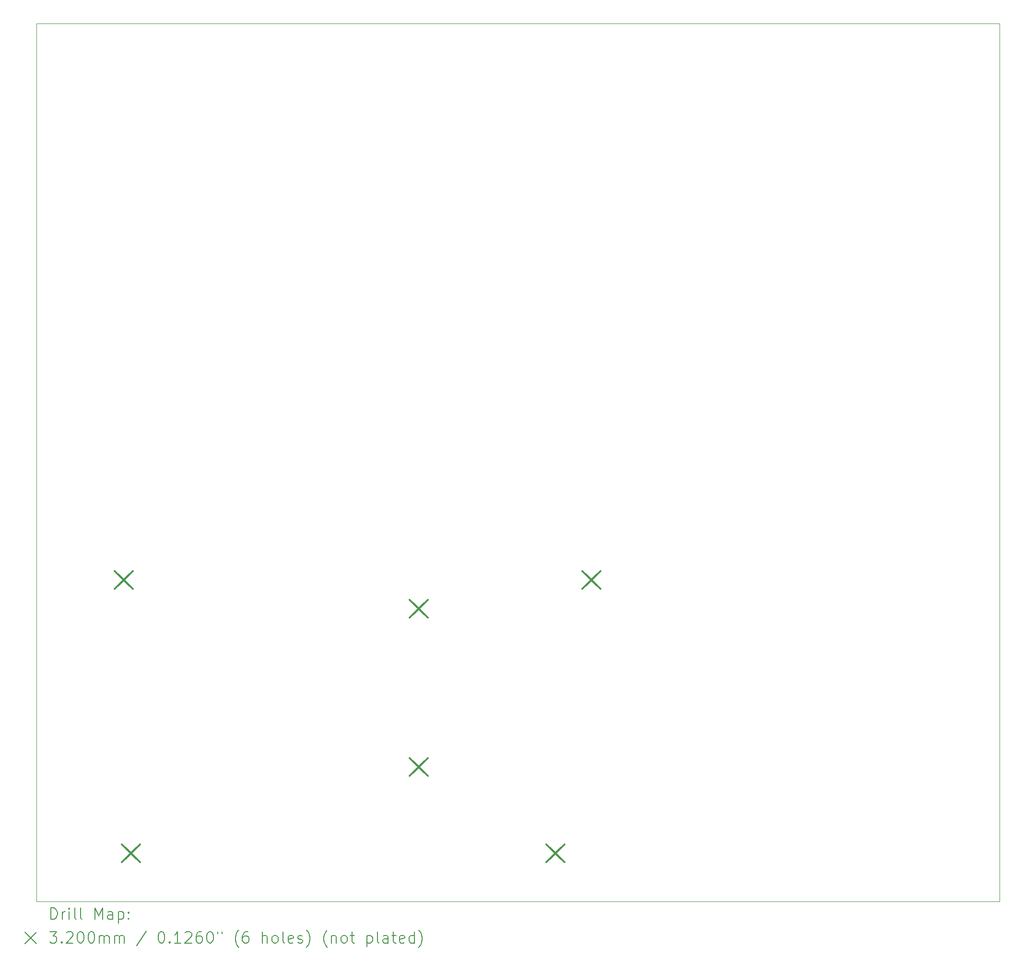
<source format=gbr>
%FSLAX45Y45*%
G04 Gerber Fmt 4.5, Leading zero omitted, Abs format (unit mm)*
G04 Created by KiCad (PCBNEW (6.0.2)) date 2022-05-25 13:29:45*
%MOMM*%
%LPD*%
G01*
G04 APERTURE LIST*
%TA.AperFunction,Profile*%
%ADD10C,0.100000*%
%TD*%
%ADD11C,0.200000*%
%ADD12C,0.320000*%
G04 APERTURE END LIST*
D10*
X2000000Y-2000000D02*
X19000000Y-2000000D01*
X19000000Y-2000000D02*
X19000000Y-17500000D01*
X19000000Y-17500000D02*
X2000000Y-17500000D01*
X2000000Y-17500000D02*
X2000000Y-2000000D01*
D11*
D12*
X3377000Y-11664750D02*
X3697000Y-11984750D01*
X3697000Y-11664750D02*
X3377000Y-11984750D01*
X3504000Y-16490750D02*
X3824000Y-16810750D01*
X3824000Y-16490750D02*
X3504000Y-16810750D01*
X8584000Y-12172750D02*
X8904000Y-12492750D01*
X8904000Y-12172750D02*
X8584000Y-12492750D01*
X8584000Y-14966750D02*
X8904000Y-15286750D01*
X8904000Y-14966750D02*
X8584000Y-15286750D01*
X10997000Y-16490750D02*
X11317000Y-16810750D01*
X11317000Y-16490750D02*
X10997000Y-16810750D01*
X11632000Y-11664750D02*
X11952000Y-11984750D01*
X11952000Y-11664750D02*
X11632000Y-11984750D01*
D11*
X2252619Y-17815476D02*
X2252619Y-17615476D01*
X2300238Y-17615476D01*
X2328810Y-17625000D01*
X2347857Y-17644048D01*
X2357381Y-17663095D01*
X2366905Y-17701190D01*
X2366905Y-17729762D01*
X2357381Y-17767857D01*
X2347857Y-17786905D01*
X2328810Y-17805952D01*
X2300238Y-17815476D01*
X2252619Y-17815476D01*
X2452619Y-17815476D02*
X2452619Y-17682143D01*
X2452619Y-17720238D02*
X2462143Y-17701190D01*
X2471667Y-17691667D01*
X2490714Y-17682143D01*
X2509762Y-17682143D01*
X2576429Y-17815476D02*
X2576429Y-17682143D01*
X2576429Y-17615476D02*
X2566905Y-17625000D01*
X2576429Y-17634524D01*
X2585952Y-17625000D01*
X2576429Y-17615476D01*
X2576429Y-17634524D01*
X2700238Y-17815476D02*
X2681190Y-17805952D01*
X2671667Y-17786905D01*
X2671667Y-17615476D01*
X2805000Y-17815476D02*
X2785952Y-17805952D01*
X2776429Y-17786905D01*
X2776429Y-17615476D01*
X3033571Y-17815476D02*
X3033571Y-17615476D01*
X3100238Y-17758333D01*
X3166905Y-17615476D01*
X3166905Y-17815476D01*
X3347857Y-17815476D02*
X3347857Y-17710714D01*
X3338333Y-17691667D01*
X3319286Y-17682143D01*
X3281190Y-17682143D01*
X3262143Y-17691667D01*
X3347857Y-17805952D02*
X3328809Y-17815476D01*
X3281190Y-17815476D01*
X3262143Y-17805952D01*
X3252619Y-17786905D01*
X3252619Y-17767857D01*
X3262143Y-17748810D01*
X3281190Y-17739286D01*
X3328809Y-17739286D01*
X3347857Y-17729762D01*
X3443095Y-17682143D02*
X3443095Y-17882143D01*
X3443095Y-17691667D02*
X3462143Y-17682143D01*
X3500238Y-17682143D01*
X3519286Y-17691667D01*
X3528809Y-17701190D01*
X3538333Y-17720238D01*
X3538333Y-17777381D01*
X3528809Y-17796429D01*
X3519286Y-17805952D01*
X3500238Y-17815476D01*
X3462143Y-17815476D01*
X3443095Y-17805952D01*
X3624048Y-17796429D02*
X3633571Y-17805952D01*
X3624048Y-17815476D01*
X3614524Y-17805952D01*
X3624048Y-17796429D01*
X3624048Y-17815476D01*
X3624048Y-17691667D02*
X3633571Y-17701190D01*
X3624048Y-17710714D01*
X3614524Y-17701190D01*
X3624048Y-17691667D01*
X3624048Y-17710714D01*
X1795000Y-18045000D02*
X1995000Y-18245000D01*
X1995000Y-18045000D02*
X1795000Y-18245000D01*
X2233571Y-18035476D02*
X2357381Y-18035476D01*
X2290714Y-18111667D01*
X2319286Y-18111667D01*
X2338333Y-18121190D01*
X2347857Y-18130714D01*
X2357381Y-18149762D01*
X2357381Y-18197381D01*
X2347857Y-18216429D01*
X2338333Y-18225952D01*
X2319286Y-18235476D01*
X2262143Y-18235476D01*
X2243095Y-18225952D01*
X2233571Y-18216429D01*
X2443095Y-18216429D02*
X2452619Y-18225952D01*
X2443095Y-18235476D01*
X2433571Y-18225952D01*
X2443095Y-18216429D01*
X2443095Y-18235476D01*
X2528810Y-18054524D02*
X2538333Y-18045000D01*
X2557381Y-18035476D01*
X2605000Y-18035476D01*
X2624048Y-18045000D01*
X2633571Y-18054524D01*
X2643095Y-18073571D01*
X2643095Y-18092619D01*
X2633571Y-18121190D01*
X2519286Y-18235476D01*
X2643095Y-18235476D01*
X2766905Y-18035476D02*
X2785952Y-18035476D01*
X2805000Y-18045000D01*
X2814524Y-18054524D01*
X2824048Y-18073571D01*
X2833571Y-18111667D01*
X2833571Y-18159286D01*
X2824048Y-18197381D01*
X2814524Y-18216429D01*
X2805000Y-18225952D01*
X2785952Y-18235476D01*
X2766905Y-18235476D01*
X2747857Y-18225952D01*
X2738333Y-18216429D01*
X2728810Y-18197381D01*
X2719286Y-18159286D01*
X2719286Y-18111667D01*
X2728810Y-18073571D01*
X2738333Y-18054524D01*
X2747857Y-18045000D01*
X2766905Y-18035476D01*
X2957381Y-18035476D02*
X2976428Y-18035476D01*
X2995476Y-18045000D01*
X3005000Y-18054524D01*
X3014524Y-18073571D01*
X3024048Y-18111667D01*
X3024048Y-18159286D01*
X3014524Y-18197381D01*
X3005000Y-18216429D01*
X2995476Y-18225952D01*
X2976428Y-18235476D01*
X2957381Y-18235476D01*
X2938333Y-18225952D01*
X2928809Y-18216429D01*
X2919286Y-18197381D01*
X2909762Y-18159286D01*
X2909762Y-18111667D01*
X2919286Y-18073571D01*
X2928809Y-18054524D01*
X2938333Y-18045000D01*
X2957381Y-18035476D01*
X3109762Y-18235476D02*
X3109762Y-18102143D01*
X3109762Y-18121190D02*
X3119286Y-18111667D01*
X3138333Y-18102143D01*
X3166905Y-18102143D01*
X3185952Y-18111667D01*
X3195476Y-18130714D01*
X3195476Y-18235476D01*
X3195476Y-18130714D02*
X3205000Y-18111667D01*
X3224048Y-18102143D01*
X3252619Y-18102143D01*
X3271667Y-18111667D01*
X3281190Y-18130714D01*
X3281190Y-18235476D01*
X3376428Y-18235476D02*
X3376428Y-18102143D01*
X3376428Y-18121190D02*
X3385952Y-18111667D01*
X3405000Y-18102143D01*
X3433571Y-18102143D01*
X3452619Y-18111667D01*
X3462143Y-18130714D01*
X3462143Y-18235476D01*
X3462143Y-18130714D02*
X3471667Y-18111667D01*
X3490714Y-18102143D01*
X3519286Y-18102143D01*
X3538333Y-18111667D01*
X3547857Y-18130714D01*
X3547857Y-18235476D01*
X3938333Y-18025952D02*
X3766905Y-18283095D01*
X4195476Y-18035476D02*
X4214524Y-18035476D01*
X4233571Y-18045000D01*
X4243095Y-18054524D01*
X4252619Y-18073571D01*
X4262143Y-18111667D01*
X4262143Y-18159286D01*
X4252619Y-18197381D01*
X4243095Y-18216429D01*
X4233571Y-18225952D01*
X4214524Y-18235476D01*
X4195476Y-18235476D01*
X4176428Y-18225952D01*
X4166905Y-18216429D01*
X4157381Y-18197381D01*
X4147857Y-18159286D01*
X4147857Y-18111667D01*
X4157381Y-18073571D01*
X4166905Y-18054524D01*
X4176428Y-18045000D01*
X4195476Y-18035476D01*
X4347857Y-18216429D02*
X4357381Y-18225952D01*
X4347857Y-18235476D01*
X4338333Y-18225952D01*
X4347857Y-18216429D01*
X4347857Y-18235476D01*
X4547857Y-18235476D02*
X4433571Y-18235476D01*
X4490714Y-18235476D02*
X4490714Y-18035476D01*
X4471667Y-18064048D01*
X4452619Y-18083095D01*
X4433571Y-18092619D01*
X4624048Y-18054524D02*
X4633571Y-18045000D01*
X4652619Y-18035476D01*
X4700238Y-18035476D01*
X4719286Y-18045000D01*
X4728810Y-18054524D01*
X4738333Y-18073571D01*
X4738333Y-18092619D01*
X4728810Y-18121190D01*
X4614524Y-18235476D01*
X4738333Y-18235476D01*
X4909762Y-18035476D02*
X4871667Y-18035476D01*
X4852619Y-18045000D01*
X4843095Y-18054524D01*
X4824048Y-18083095D01*
X4814524Y-18121190D01*
X4814524Y-18197381D01*
X4824048Y-18216429D01*
X4833571Y-18225952D01*
X4852619Y-18235476D01*
X4890714Y-18235476D01*
X4909762Y-18225952D01*
X4919286Y-18216429D01*
X4928810Y-18197381D01*
X4928810Y-18149762D01*
X4919286Y-18130714D01*
X4909762Y-18121190D01*
X4890714Y-18111667D01*
X4852619Y-18111667D01*
X4833571Y-18121190D01*
X4824048Y-18130714D01*
X4814524Y-18149762D01*
X5052619Y-18035476D02*
X5071667Y-18035476D01*
X5090714Y-18045000D01*
X5100238Y-18054524D01*
X5109762Y-18073571D01*
X5119286Y-18111667D01*
X5119286Y-18159286D01*
X5109762Y-18197381D01*
X5100238Y-18216429D01*
X5090714Y-18225952D01*
X5071667Y-18235476D01*
X5052619Y-18235476D01*
X5033571Y-18225952D01*
X5024048Y-18216429D01*
X5014524Y-18197381D01*
X5005000Y-18159286D01*
X5005000Y-18111667D01*
X5014524Y-18073571D01*
X5024048Y-18054524D01*
X5033571Y-18045000D01*
X5052619Y-18035476D01*
X5195476Y-18035476D02*
X5195476Y-18073571D01*
X5271667Y-18035476D02*
X5271667Y-18073571D01*
X5566905Y-18311667D02*
X5557381Y-18302143D01*
X5538333Y-18273571D01*
X5528810Y-18254524D01*
X5519286Y-18225952D01*
X5509762Y-18178333D01*
X5509762Y-18140238D01*
X5519286Y-18092619D01*
X5528810Y-18064048D01*
X5538333Y-18045000D01*
X5557381Y-18016429D01*
X5566905Y-18006905D01*
X5728809Y-18035476D02*
X5690714Y-18035476D01*
X5671667Y-18045000D01*
X5662143Y-18054524D01*
X5643095Y-18083095D01*
X5633571Y-18121190D01*
X5633571Y-18197381D01*
X5643095Y-18216429D01*
X5652619Y-18225952D01*
X5671667Y-18235476D01*
X5709762Y-18235476D01*
X5728809Y-18225952D01*
X5738333Y-18216429D01*
X5747857Y-18197381D01*
X5747857Y-18149762D01*
X5738333Y-18130714D01*
X5728809Y-18121190D01*
X5709762Y-18111667D01*
X5671667Y-18111667D01*
X5652619Y-18121190D01*
X5643095Y-18130714D01*
X5633571Y-18149762D01*
X5985952Y-18235476D02*
X5985952Y-18035476D01*
X6071667Y-18235476D02*
X6071667Y-18130714D01*
X6062143Y-18111667D01*
X6043095Y-18102143D01*
X6014524Y-18102143D01*
X5995476Y-18111667D01*
X5985952Y-18121190D01*
X6195476Y-18235476D02*
X6176428Y-18225952D01*
X6166905Y-18216429D01*
X6157381Y-18197381D01*
X6157381Y-18140238D01*
X6166905Y-18121190D01*
X6176428Y-18111667D01*
X6195476Y-18102143D01*
X6224048Y-18102143D01*
X6243095Y-18111667D01*
X6252619Y-18121190D01*
X6262143Y-18140238D01*
X6262143Y-18197381D01*
X6252619Y-18216429D01*
X6243095Y-18225952D01*
X6224048Y-18235476D01*
X6195476Y-18235476D01*
X6376428Y-18235476D02*
X6357381Y-18225952D01*
X6347857Y-18206905D01*
X6347857Y-18035476D01*
X6528809Y-18225952D02*
X6509762Y-18235476D01*
X6471667Y-18235476D01*
X6452619Y-18225952D01*
X6443095Y-18206905D01*
X6443095Y-18130714D01*
X6452619Y-18111667D01*
X6471667Y-18102143D01*
X6509762Y-18102143D01*
X6528809Y-18111667D01*
X6538333Y-18130714D01*
X6538333Y-18149762D01*
X6443095Y-18168810D01*
X6614524Y-18225952D02*
X6633571Y-18235476D01*
X6671667Y-18235476D01*
X6690714Y-18225952D01*
X6700238Y-18206905D01*
X6700238Y-18197381D01*
X6690714Y-18178333D01*
X6671667Y-18168810D01*
X6643095Y-18168810D01*
X6624048Y-18159286D01*
X6614524Y-18140238D01*
X6614524Y-18130714D01*
X6624048Y-18111667D01*
X6643095Y-18102143D01*
X6671667Y-18102143D01*
X6690714Y-18111667D01*
X6766905Y-18311667D02*
X6776428Y-18302143D01*
X6795476Y-18273571D01*
X6805000Y-18254524D01*
X6814524Y-18225952D01*
X6824048Y-18178333D01*
X6824048Y-18140238D01*
X6814524Y-18092619D01*
X6805000Y-18064048D01*
X6795476Y-18045000D01*
X6776428Y-18016429D01*
X6766905Y-18006905D01*
X7128809Y-18311667D02*
X7119286Y-18302143D01*
X7100238Y-18273571D01*
X7090714Y-18254524D01*
X7081190Y-18225952D01*
X7071667Y-18178333D01*
X7071667Y-18140238D01*
X7081190Y-18092619D01*
X7090714Y-18064048D01*
X7100238Y-18045000D01*
X7119286Y-18016429D01*
X7128809Y-18006905D01*
X7205000Y-18102143D02*
X7205000Y-18235476D01*
X7205000Y-18121190D02*
X7214524Y-18111667D01*
X7233571Y-18102143D01*
X7262143Y-18102143D01*
X7281190Y-18111667D01*
X7290714Y-18130714D01*
X7290714Y-18235476D01*
X7414524Y-18235476D02*
X7395476Y-18225952D01*
X7385952Y-18216429D01*
X7376428Y-18197381D01*
X7376428Y-18140238D01*
X7385952Y-18121190D01*
X7395476Y-18111667D01*
X7414524Y-18102143D01*
X7443095Y-18102143D01*
X7462143Y-18111667D01*
X7471667Y-18121190D01*
X7481190Y-18140238D01*
X7481190Y-18197381D01*
X7471667Y-18216429D01*
X7462143Y-18225952D01*
X7443095Y-18235476D01*
X7414524Y-18235476D01*
X7538333Y-18102143D02*
X7614524Y-18102143D01*
X7566905Y-18035476D02*
X7566905Y-18206905D01*
X7576428Y-18225952D01*
X7595476Y-18235476D01*
X7614524Y-18235476D01*
X7833571Y-18102143D02*
X7833571Y-18302143D01*
X7833571Y-18111667D02*
X7852619Y-18102143D01*
X7890714Y-18102143D01*
X7909762Y-18111667D01*
X7919286Y-18121190D01*
X7928809Y-18140238D01*
X7928809Y-18197381D01*
X7919286Y-18216429D01*
X7909762Y-18225952D01*
X7890714Y-18235476D01*
X7852619Y-18235476D01*
X7833571Y-18225952D01*
X8043095Y-18235476D02*
X8024048Y-18225952D01*
X8014524Y-18206905D01*
X8014524Y-18035476D01*
X8205000Y-18235476D02*
X8205000Y-18130714D01*
X8195476Y-18111667D01*
X8176428Y-18102143D01*
X8138333Y-18102143D01*
X8119286Y-18111667D01*
X8205000Y-18225952D02*
X8185952Y-18235476D01*
X8138333Y-18235476D01*
X8119286Y-18225952D01*
X8109762Y-18206905D01*
X8109762Y-18187857D01*
X8119286Y-18168810D01*
X8138333Y-18159286D01*
X8185952Y-18159286D01*
X8205000Y-18149762D01*
X8271667Y-18102143D02*
X8347857Y-18102143D01*
X8300238Y-18035476D02*
X8300238Y-18206905D01*
X8309762Y-18225952D01*
X8328809Y-18235476D01*
X8347857Y-18235476D01*
X8490714Y-18225952D02*
X8471667Y-18235476D01*
X8433571Y-18235476D01*
X8414524Y-18225952D01*
X8405000Y-18206905D01*
X8405000Y-18130714D01*
X8414524Y-18111667D01*
X8433571Y-18102143D01*
X8471667Y-18102143D01*
X8490714Y-18111667D01*
X8500238Y-18130714D01*
X8500238Y-18149762D01*
X8405000Y-18168810D01*
X8671667Y-18235476D02*
X8671667Y-18035476D01*
X8671667Y-18225952D02*
X8652619Y-18235476D01*
X8614524Y-18235476D01*
X8595476Y-18225952D01*
X8585952Y-18216429D01*
X8576429Y-18197381D01*
X8576429Y-18140238D01*
X8585952Y-18121190D01*
X8595476Y-18111667D01*
X8614524Y-18102143D01*
X8652619Y-18102143D01*
X8671667Y-18111667D01*
X8747857Y-18311667D02*
X8757381Y-18302143D01*
X8776429Y-18273571D01*
X8785952Y-18254524D01*
X8795476Y-18225952D01*
X8805000Y-18178333D01*
X8805000Y-18140238D01*
X8795476Y-18092619D01*
X8785952Y-18064048D01*
X8776429Y-18045000D01*
X8757381Y-18016429D01*
X8747857Y-18006905D01*
M02*

</source>
